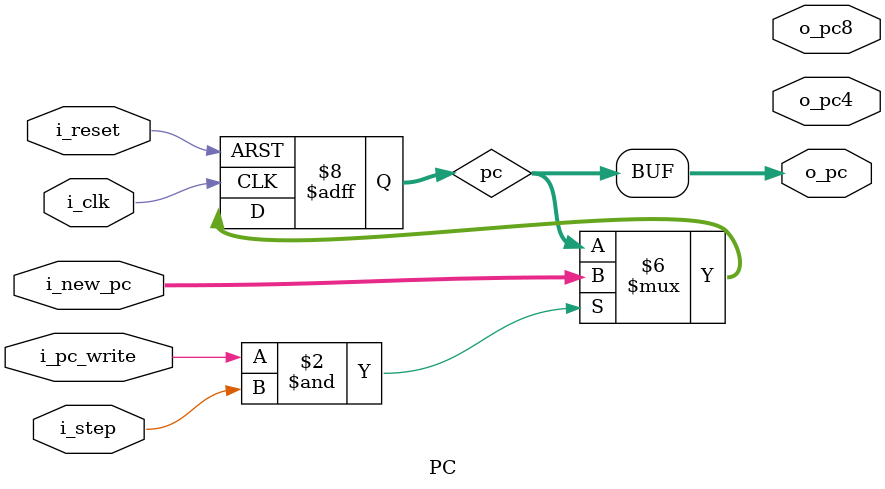
<source format=v>
`timescale 1ns / 1ps

module PC 
    #(
        parameter NB = 32
    )
    (
        input   wire                i_clk,
        input   wire                i_reset,
        input   wire                i_step,
        input   wire                i_pc_write,
        input   wire    [NB-1:0]    i_new_pc,
        output  wire    [NB-1:0]    o_pc,
        output  wire    [NB-1:0]    o_pc4,
        output  wire    [NB-1:0]    o_pc8
    );

    reg [NB-1:0]    pc;

    initial begin
        pc = {NB{1'b0}};
    end
    
    always @(posedge i_clk or posedge i_reset) begin
        if (i_reset) begin
            pc <= {NB{1'b0}};
        end
        else if (i_pc_write & i_step) begin
            pc <= i_new_pc;
        end
    end
    
    assign  o_pc     =   pc;// burbuja       
    assign  o_pc_4   =   pc + 4;// incremento normal
    assign  o_pc_8   =   pc + 8;// JAL instruccion

endmodule

</source>
